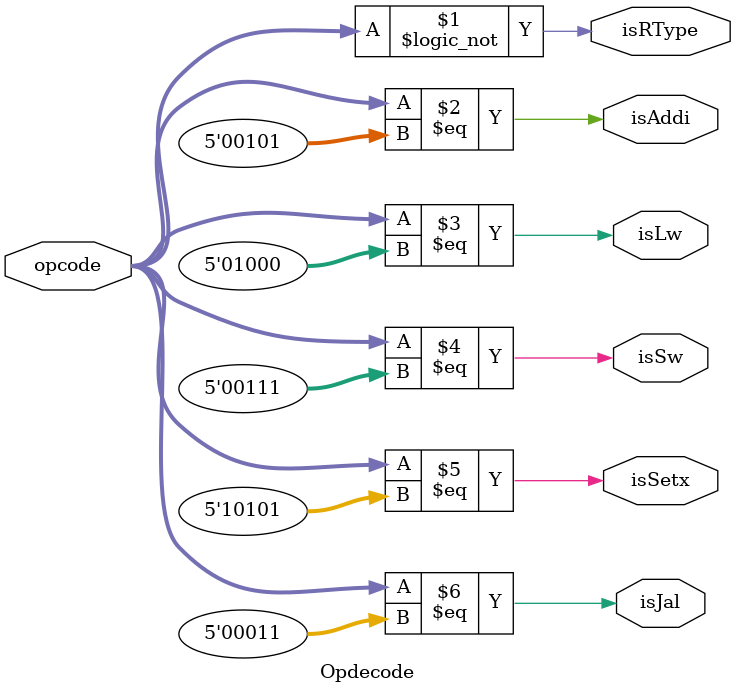
<source format=v>
module Opdecode(
    input [4:0] opcode,
    output wire isRType,
    output wire isAddi,
    output wire isLw,
    output wire isSw,
    output wire isSetx,
    output wire isJal
);

    assign isRType = (opcode == 5'b00000);
    assign isAddi  = (opcode == 5'b00101);
    assign isLw    = (opcode == 5'b01000);
    assign isSw    = (opcode == 5'b00111);
    assign isSetx  = (opcode == 5'b10101);
    assign isJal   = (opcode == 5'b00011);

endmodule
</source>
